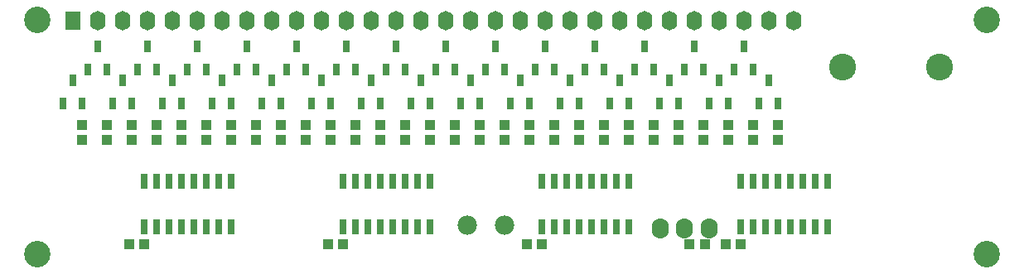
<source format=gbs>
G04*
G04 #@! TF.GenerationSoftware,Altium Limited,Altium Designer,20.0.2 (26)*
G04*
G04 Layer_Color=16711935*
%FSLAX24Y24*%
%MOIN*%
G70*
G01*
G75*
%ADD19R,0.0390X0.0420*%
%ADD33R,0.0420X0.0390*%
%ADD36O,0.0630X0.0780*%
%ADD37R,0.0630X0.0780*%
%ADD39C,0.0780*%
%ADD40O,0.0680X0.0830*%
%ADD41C,0.1064*%
%ADD73R,0.0309X0.0639*%
%ADD74R,0.0297X0.0474*%
%ADD75C,0.1080*%
D19*
X26820Y1000D02*
D03*
X27430D02*
D03*
X12875D02*
D03*
X12265D02*
D03*
X28265D02*
D03*
X28875D02*
D03*
X20265D02*
D03*
X20875D02*
D03*
X4265D02*
D03*
X4875D02*
D03*
D33*
X30375Y5195D02*
D03*
Y5805D02*
D03*
X29375D02*
D03*
Y5195D02*
D03*
X28375D02*
D03*
Y5805D02*
D03*
X27375Y5195D02*
D03*
Y5805D02*
D03*
X26375Y5195D02*
D03*
Y5805D02*
D03*
X25375Y5195D02*
D03*
Y5805D02*
D03*
X24375D02*
D03*
Y5195D02*
D03*
X23375D02*
D03*
Y5805D02*
D03*
X22375Y5195D02*
D03*
Y5805D02*
D03*
X21375Y5195D02*
D03*
Y5805D02*
D03*
X20375Y5195D02*
D03*
Y5805D02*
D03*
X19375D02*
D03*
Y5195D02*
D03*
X18375D02*
D03*
Y5805D02*
D03*
X17375Y5195D02*
D03*
Y5805D02*
D03*
X16375Y5195D02*
D03*
Y5805D02*
D03*
X15375Y5195D02*
D03*
Y5805D02*
D03*
X14375D02*
D03*
Y5195D02*
D03*
X13375D02*
D03*
Y5805D02*
D03*
X12375Y5195D02*
D03*
Y5805D02*
D03*
X11375Y5195D02*
D03*
Y5805D02*
D03*
X10375Y5195D02*
D03*
Y5805D02*
D03*
X9375D02*
D03*
Y5195D02*
D03*
X8375D02*
D03*
Y5805D02*
D03*
X7375Y5195D02*
D03*
Y5805D02*
D03*
X6375Y5195D02*
D03*
Y5805D02*
D03*
X5375Y5195D02*
D03*
Y5805D02*
D03*
X4375Y5195D02*
D03*
Y5805D02*
D03*
X3375Y5195D02*
D03*
Y5805D02*
D03*
X2375Y5195D02*
D03*
Y5805D02*
D03*
D36*
X9000Y10000D02*
D03*
X8000D02*
D03*
X7000D02*
D03*
X6000D02*
D03*
X5000D02*
D03*
X4000D02*
D03*
X3000D02*
D03*
X11000D02*
D03*
X10000D02*
D03*
X12000D02*
D03*
X13000D02*
D03*
X14000D02*
D03*
X15000D02*
D03*
X16000D02*
D03*
X24001Y10000D02*
D03*
X23001D02*
D03*
X22001D02*
D03*
X21001D02*
D03*
X20001D02*
D03*
X19001D02*
D03*
X17001Y10000D02*
D03*
X26001Y10000D02*
D03*
X25001D02*
D03*
X27001D02*
D03*
X28001D02*
D03*
X29001D02*
D03*
X30001D02*
D03*
X31001D02*
D03*
X18001D02*
D03*
D37*
X2000Y10000D02*
D03*
D39*
X17875Y1750D02*
D03*
X19375D02*
D03*
D40*
X25641Y1625D02*
D03*
X26625D02*
D03*
X27625D02*
D03*
D41*
X38780Y591D02*
D03*
X591D02*
D03*
Y10039D02*
D03*
X38780D02*
D03*
D73*
X4875Y1705D02*
D03*
X5375D02*
D03*
X5875D02*
D03*
X6375D02*
D03*
X6875D02*
D03*
X7375D02*
D03*
X7875D02*
D03*
X8375D02*
D03*
Y3545D02*
D03*
X7875D02*
D03*
X7375D02*
D03*
X6875D02*
D03*
X6375D02*
D03*
X5875D02*
D03*
X5375D02*
D03*
X4875D02*
D03*
X12875Y1705D02*
D03*
X13375D02*
D03*
X13875D02*
D03*
X14375D02*
D03*
X14875D02*
D03*
X15375D02*
D03*
X15875D02*
D03*
X16375D02*
D03*
Y3545D02*
D03*
X15875D02*
D03*
X15375D02*
D03*
X14875D02*
D03*
X14375D02*
D03*
X13875D02*
D03*
X13375D02*
D03*
X12875D02*
D03*
X20875Y1705D02*
D03*
X21375D02*
D03*
X21875D02*
D03*
X22375D02*
D03*
X22875D02*
D03*
X23375D02*
D03*
X23875D02*
D03*
X24375D02*
D03*
Y3545D02*
D03*
X23875D02*
D03*
X23375D02*
D03*
X22875D02*
D03*
X22375D02*
D03*
X21875D02*
D03*
X21375D02*
D03*
X20875D02*
D03*
X28875Y1705D02*
D03*
X29375D02*
D03*
X29875D02*
D03*
X30375D02*
D03*
X30875D02*
D03*
X31375D02*
D03*
X31875D02*
D03*
X32375D02*
D03*
Y3545D02*
D03*
X31875D02*
D03*
X31375D02*
D03*
X30875D02*
D03*
X30375D02*
D03*
X29875D02*
D03*
X29375D02*
D03*
X28875D02*
D03*
D74*
X30374Y6658D02*
D03*
X29626D02*
D03*
X30000Y7592D02*
D03*
X29374Y8033D02*
D03*
X28626D02*
D03*
X29000Y8967D02*
D03*
X28374Y6658D02*
D03*
X27626D02*
D03*
X28000Y7592D02*
D03*
X27374Y8033D02*
D03*
X26626D02*
D03*
X27000Y8967D02*
D03*
X26374Y6658D02*
D03*
X25626D02*
D03*
X26000Y7592D02*
D03*
X25374Y8033D02*
D03*
X24626D02*
D03*
X25000Y8967D02*
D03*
X24374Y6658D02*
D03*
X23626D02*
D03*
X24000Y7592D02*
D03*
X23374Y8033D02*
D03*
X22626D02*
D03*
X23000Y8967D02*
D03*
X22374Y6658D02*
D03*
X21626D02*
D03*
X22000Y7592D02*
D03*
X21374Y8033D02*
D03*
X20626D02*
D03*
X21000Y8967D02*
D03*
X20374Y6658D02*
D03*
X19626D02*
D03*
X20000Y7592D02*
D03*
X19374Y8033D02*
D03*
X18626D02*
D03*
X19000Y8967D02*
D03*
X18374Y6658D02*
D03*
X17626D02*
D03*
X18000Y7592D02*
D03*
X17374Y8033D02*
D03*
X16626D02*
D03*
X17000Y8967D02*
D03*
X16374Y6658D02*
D03*
X15626D02*
D03*
X16000Y7592D02*
D03*
X15374Y8033D02*
D03*
X14626D02*
D03*
X15000Y8967D02*
D03*
X14374Y6658D02*
D03*
X13626D02*
D03*
X14000Y7592D02*
D03*
X13374Y8033D02*
D03*
X12626D02*
D03*
X13000Y8967D02*
D03*
X12374Y6658D02*
D03*
X11626D02*
D03*
X12000Y7592D02*
D03*
X11374Y8033D02*
D03*
X10626D02*
D03*
X11000Y8967D02*
D03*
X10374Y6658D02*
D03*
X9626D02*
D03*
X10000Y7592D02*
D03*
X9374Y8033D02*
D03*
X8626D02*
D03*
X9000Y8967D02*
D03*
X7374Y8033D02*
D03*
X6626D02*
D03*
X7000Y8967D02*
D03*
X8374Y6658D02*
D03*
X7626D02*
D03*
X8000Y7592D02*
D03*
X6374Y6658D02*
D03*
X5626D02*
D03*
X6000Y7592D02*
D03*
X5374Y8033D02*
D03*
X4626D02*
D03*
X5000Y8967D02*
D03*
X4374Y6658D02*
D03*
X3626D02*
D03*
X4000Y7592D02*
D03*
X3374Y8033D02*
D03*
X2626D02*
D03*
X3000Y8967D02*
D03*
X2374Y6658D02*
D03*
X1626D02*
D03*
X2000Y7592D02*
D03*
D75*
X32975Y8125D02*
D03*
X36875D02*
D03*
M02*

</source>
